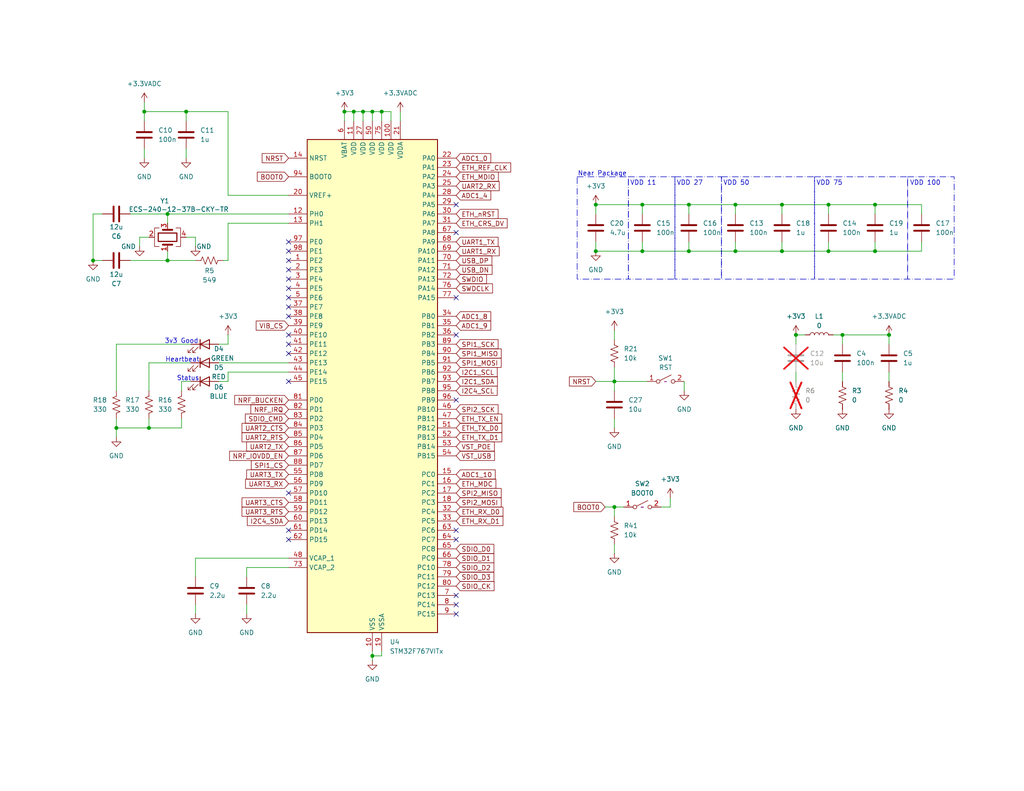
<source format=kicad_sch>
(kicad_sch (version 20250114) (generator "eeschema") (generator_version "9.0")
  (paper "USLetter")
  (title_block (title "Microcontroller") (rev "alpha") (company "Haas Hooligans") (comment 1 "Ryan Jacoby"))
  (lib_symbols
    (symbol "Device:C" (pin_numbers (hide yes)) (pin_names (offset 0.254))
      (property "Reference" "C" (at 0.635 2.54 0))
      (property "Value" "C" (at 0.635 -2.54 0))
      (symbol "C_0_1"
        (polyline (pts (xy -2.032 0.762) (xy 2.032 0.762)) (stroke (width 0.508)))
        (polyline (pts (xy -2.032 -0.762) (xy 2.032 -0.762)) (stroke (width 0.508)))
      )
      (symbol "C_1_1"
        (pin passive line (at 0 3.81 270) (length 2.794) (name "~") (number "1"))
        (pin passive line (at 0 -3.81 90) (length 2.794) (name "~") (number "2"))
      )
    )
    (symbol "Device:Crystal_GND24" (pin_names (offset 1.016) (hide yes))
      (property "Reference" "Y" (at 3.175 5.08 0))
      (property "Value" "Crystal_GND24" (at 3.175 3.175 0))
      (symbol "Crystal_GND24_0_1"
        (polyline (pts (xy -2.54 2.286) (xy -2.54 3.556) (xy 2.54 3.556) (xy 2.54 2.286)))
        (polyline (pts (xy -2.54 0) (xy -2.032 0)))
        (polyline (pts (xy -2.54 -2.286) (xy -2.54 -3.556) (xy 2.54 -3.556) (xy 2.54 -2.286)))
        (polyline (pts (xy -2.032 -1.27) (xy -2.032 1.27)) (stroke (width 0.508)))
        (rectangle (start -1.143 2.54) (end 1.143 -2.54) (stroke (width 0.3048)))
        (polyline (pts (xy 0 3.556) (xy 0 3.81)))
        (polyline (pts (xy 0 -3.81) (xy 0 -3.556)))
        (polyline (pts (xy 2.032 0) (xy 2.54 0)))
        (polyline (pts (xy 2.032 -1.27) (xy 2.032 1.27)) (stroke (width 0.508)))
      )
      (symbol "Crystal_GND24_1_1"
        (pin passive line (at -3.81 0 0) (length 1.27) (name "1") (number "1"))
        (pin passive line (at 0 5.08 270) (length 1.27) (name "2") (number "2"))
        (pin passive line (at 0 -5.08 90) (length 1.27) (name "4") (number "4"))
        (pin passive line (at 3.81 0 180) (length 1.27) (name "3") (number "3"))
      )
    )
    (symbol "Device:L" (pin_numbers (hide yes)) (pin_names (offset 1.016) (hide yes))
      (property "Reference" "L" (at -1.27 0 90))
      (property "Value" "L" (at 1.905 0 90))
      (symbol "L_0_1"
        (arc (start 0 2.54) (mid 0.6323 1.905) (end 0 1.27))
        (arc (start 0 1.27) (mid 0.6323 0.635) (end 0 0))
        (arc (start 0 0) (mid 0.6323 -0.635) (end 0 -1.27))
        (arc (start 0 -1.27) (mid 0.6323 -1.905) (end 0 -2.54))
      )
      (symbol "L_1_1"
        (pin passive line (at 0 3.81 270) (length 1.27) (name "1") (number "1"))
        (pin passive line (at 0 -3.81 90) (length 1.27) (name "2") (number "2"))
      )
    )
    (symbol "Device:LED" (pin_numbers (hide yes)) (pin_names (offset 1.016) (hide yes))
      (property "Reference" "D" (at 0 2.54 0))
      (property "Value" "LED" (at 0 -2.54 0))
      (symbol "LED_0_1"
        (polyline (pts (xy -3.048 -0.762) (xy -4.572 -2.286) (xy -3.81 -2.286) (xy -4.572 -2.286) (xy -4.572 -1.524)))
        (polyline (pts (xy -1.778 -0.762) (xy -3.302 -2.286) (xy -2.54 -2.286) (xy -3.302 -2.286) (xy -3.302 -1.524)))
        (polyline (pts (xy -1.27 0) (xy 1.27 0)))
        (polyline (pts (xy -1.27 -1.27) (xy -1.27 1.27)) (stroke (width 0.254)))
        (polyline (pts (xy 1.27 -1.27) (xy 1.27 1.27) (xy -1.27 0) (xy 1.27 -1.27)) (stroke (width 0.254)))
      )
      (symbol "LED_1_1"
        (pin passive line (at -3.81 0 0) (length 2.54) (name "K") (number "1"))
        (pin passive line (at 3.81 0 180) (length 2.54) (name "A") (number "2"))
      )
    )
    (symbol "Device:R_US" (pin_numbers (hide yes)) (pin_names (offset 0))
      (property "Reference" "R" (at 2.54 0 90))
      (property "Value" "R_US" (at -2.54 0 90))
      (symbol "R_US_0_1"
        (polyline (pts (xy 0 2.286) (xy 0 2.54)))
        (polyline (pts (xy 0 2.286) (xy 1.016 1.905) (xy 0 1.524) (xy -1.016 1.143) (xy 0 0.762)))
        (polyline (pts (xy 0 0.762) (xy 1.016 0.381) (xy 0 0) (xy -1.016 -0.381) (xy 0 -0.762)))
        (polyline (pts (xy 0 -0.762) (xy 1.016 -1.143) (xy 0 -1.524) (xy -1.016 -1.905) (xy 0 -2.286)))
        (polyline (pts (xy 0 -2.286) (xy 0 -2.54)))
      )
      (symbol "R_US_1_1"
        (pin passive line (at 0 3.81 270) (length 1.27) (name "~") (number "1"))
        (pin passive line (at 0 -3.81 90) (length 1.27) (name "~") (number "2"))
      )
    )
    (symbol "LED_1" (pin_numbers (hide yes)) (pin_names (offset 1.016) (hide yes))
      (property "Reference" "D" (at 0 2.54 0))
      (property "Value" "LED" (at 0 -2.54 0))
      (symbol "LED_1_0_1"
        (polyline (pts (xy -3.048 -0.762) (xy -4.572 -2.286) (xy -3.81 -2.286) (xy -4.572 -2.286) (xy -4.572 -1.524)))
        (polyline (pts (xy -1.778 -0.762) (xy -3.302 -2.286) (xy -2.54 -2.286) (xy -3.302 -2.286) (xy -3.302 -1.524)))
        (polyline (pts (xy -1.27 0) (xy 1.27 0)))
        (polyline (pts (xy -1.27 -1.27) (xy -1.27 1.27)) (stroke (width 0.254)))
        (polyline (pts (xy 1.27 -1.27) (xy 1.27 1.27) (xy -1.27 0) (xy 1.27 -1.27)) (stroke (width 0.254)))
      )
      (symbol "LED_1_1_1"
        (pin passive line (at -3.81 0 0) (length 2.54) (name "K") (number "1"))
        (pin passive line (at 3.81 0 180) (length 2.54) (name "A") (number "2"))
      )
    )
    (symbol "LED_2" (pin_numbers (hide yes)) (pin_names (offset 1.016) (hide yes))
      (property "Reference" "D" (at 0 2.54 0))
      (property "Value" "LED" (at 0 -2.54 0))
      (symbol "LED_2_0_1"
        (polyline (pts (xy -3.048 -0.762) (xy -4.572 -2.286) (xy -3.81 -2.286) (xy -4.572 -2.286) (xy -4.572 -1.524)))
        (polyline (pts (xy -1.778 -0.762) (xy -3.302 -2.286) (xy -2.54 -2.286) (xy -3.302 -2.286) (xy -3.302 -1.524)))
        (polyline (pts (xy -1.27 0) (xy 1.27 0)))
        (polyline (pts (xy -1.27 -1.27) (xy -1.27 1.27)) (stroke (width 0.254)))
        (polyline (pts (xy 1.27 -1.27) (xy 1.27 1.27) (xy -1.27 0) (xy 1.27 -1.27)) (stroke (width 0.254)))
      )
      (symbol "LED_2_1_1"
        (pin passive line (at -3.81 0 0) (length 2.54) (name "K") (number "1"))
        (pin passive line (at 3.81 0 180) (length 2.54) (name "A") (number "2"))
      )
    )
    (symbol "MCU_ST_STM32F7:STM32F767VITx"
      (property "Reference" "U" (at -17.78 69.85 0))
      (property "Value" "STM32F767VITx" (at 10.16 69.85 0))
      (symbol "STM32F767VITx_0_1"
        (rectangle (start -17.78 -66.04) (end 17.78 68.58) (stroke (width 0.254)) (fill (type background)))
      )
      (symbol "STM32F767VITx_1_1"
        (pin input line (at -22.86 63.5 0) (length 5.08) (name "NRST") (number "14"))
        (pin input line (at -22.86 58.42 0) (length 5.08) (name "BOOT0") (number "94"))
        (pin input line (at -22.86 53.34 0) (length 5.08) (name "VREF+") (number "20"))
        (pin bidirectional line (at -22.86 48.26 0) (length 5.08) (name "PH0") (number "12"))
        (pin bidirectional line (at -22.86 45.72 0) (length 5.08) (name "PH1") (number "13"))
        (pin bidirectional line (at -22.86 40.64 0) (length 5.08) (name "PE0") (number "97"))
        (pin bidirectional line (at -22.86 38.1 0) (length 5.08) (name "PE1") (number "98"))
        (pin bidirectional line (at -22.86 35.56 0) (length 5.08) (name "PE2") (number "1"))
        (pin bidirectional line (at -22.86 33.02 0) (length 5.08) (name "PE3") (number "2"))
        (pin bidirectional line (at -22.86 30.48 0) (length 5.08) (name "PE4") (number "3"))
        (pin bidirectional line (at -22.86 27.94 0) (length 5.08) (name "PE5") (number "4"))
        (pin bidirectional line (at -22.86 25.4 0) (length 5.08) (name "PE6") (number "5"))
        (pin bidirectional line (at -22.86 22.86 0) (length 5.08) (name "PE7") (number "37"))
        (pin bidirectional line (at -22.86 20.32 0) (length 5.08) (name "PE8") (number "38"))
        (pin bidirectional line (at -22.86 17.78 0) (length 5.08) (name "PE9") (number "39"))
        (pin bidirectional line (at -22.86 15.24 0) (length 5.08) (name "PE10") (number "40"))
        (pin bidirectional line (at -22.86 12.7 0) (length 5.08) (name "PE11") (number "41"))
        (pin bidirectional line (at -22.86 10.16 0) (length 5.08) (name "PE12") (number "42"))
        (pin bidirectional line (at -22.86 7.62 0) (length 5.08) (name "PE13") (number "43"))
        (pin bidirectional line (at -22.86 5.08 0) (length 5.08) (name "PE14") (number "44"))
        (pin bidirectional line (at -22.86 2.54 0) (length 5.08) (name "PE15") (number "45"))
        (pin bidirectional line (at -22.86 -2.54 0) (length 5.08) (name "PD0") (number "81"))
        (pin bidirectional line (at -22.86 -5.08 0) (length 5.08) (name "PD1") (number "82"))
        (pin bidirectional line (at -22.86 -7.62 0) (length 5.08) (name "PD2") (number "83"))
        (pin bidirectional line (at -22.86 -10.16 0) (length 5.08) (name "PD3") (number "84"))
        (pin bidirectional line (at -22.86 -12.7 0) (length 5.08) (name "PD4") (number "85"))
        (pin bidirectional line (at -22.86 -15.24 0) (length 5.08) (name "PD5") (number "86"))
        (pin bidirectional line (at -22.86 -17.78 0) (length 5.08) (name "PD6") (number "87"))
        (pin bidirectional line (at -22.86 -20.32 0) (length 5.08) (name "PD7") (number "88"))
        (pin bidirectional line (at -22.86 -22.86 0) (length 5.08) (name "PD8") (number "55"))
        (pin bidirectional line (at -22.86 -25.4 0) (length 5.08) (name "PD9") (number "56"))
        (pin bidirectional line (at -22.86 -27.94 0) (length 5.08) (name "PD10") (number "57"))
        (pin bidirectional line (at -22.86 -30.48 0) (length 5.08) (name "PD11") (number "58"))
        (pin bidirectional line (at -22.86 -33.02 0) (length 5.08) (name "PD12") (number "59"))
        (pin bidirectional line (at -22.86 -35.56 0) (length 5.08) (name "PD13") (number "60"))
        (pin bidirectional line (at -22.86 -38.1 0) (length 5.08) (name "PD14") (number "61"))
        (pin bidirectional line (at -22.86 -40.64 0) (length 5.08) (name "PD15") (number "62"))
        (pin power_out line (at -22.86 -45.72 0) (length 5.08) (name "VCAP_1") (number "48"))
        (pin power_out line (at -22.86 -48.26 0) (length 5.08) (name "VCAP_2") (number "73"))
        (pin power_in line (at -7.62 73.66 270) (length 5.08) (name "VBAT") (number "6"))
        (pin power_in line (at -5.08 73.66 270) (length 5.08) (name "VDD") (number "11"))
        (pin power_in line (at -2.54 73.66 270) (length 5.08) (name "VDD") (number "27"))
        (pin power_in line (at 0 73.66 270) (length 5.08) (name "VDD") (number "50"))
        (pin power_in line (at 0 -71.12 90) (length 5.08) (name "VSS") (number "10"))
        (pin passive line (at 0 -71.12 90) (length 5.08) (hide yes) (name "VSS") (number "26"))
        (pin passive line (at 0 -71.12 90) (length 5.08) (hide yes) (name "VSS") (number "49"))
        (pin passive line (at 0 -71.12 90) (length 5.08) (hide yes) (name "VSS") (number "74"))
        (pin passive line (at 0 -71.12 90) (length 5.08) (hide yes) (name "VSS") (number "99"))
        (pin power_in line (at 2.54 73.66 270) (length 5.08) (name "VDD") (number "75"))
        (pin power_in line (at 2.54 -71.12 90) (length 5.08) (name "VSSA") (number "19"))
        (pin power_in line (at 5.08 73.66 270) (length 5.08) (name "VDD") (number "100"))
        (pin power_in line (at 7.62 73.66 270) (length 5.08) (name "VDDA") (number "21"))
        (pin bidirectional line (at 22.86 63.5 180) (length 5.08) (name "PA0") (number "22"))
        (pin bidirectional line (at 22.86 60.96 180) (length 5.08) (name "PA1") (number "23"))
        (pin bidirectional line (at 22.86 58.42 180) (length 5.08) (name "PA2") (number "24"))
        (pin bidirectional line (at 22.86 55.88 180) (length 5.08) (name "PA3") (number "25"))
        (pin bidirectional line (at 22.86 53.34 180) (length 5.08) (name "PA4") (number "28"))
        (pin bidirectional line (at 22.86 50.8 180) (length 5.08) (name "PA5") (number "29"))
        (pin bidirectional line (at 22.86 48.26 180) (length 5.08) (name "PA6") (number "30"))
        (pin bidirectional line (at 22.86 45.72 180) (length 5.08) (name "PA7") (number "31"))
        (pin bidirectional line (at 22.86 43.18 180) (length 5.08) (name "PA8") (number "67"))
        (pin bidirectional line (at 22.86 40.64 180) (length 5.08) (name "PA9") (number "68"))
        (pin bidirectional line (at 22.86 38.1 180) (length 5.08) (name "PA10") (number "69"))
        (pin bidirectional line (at 22.86 35.56 180) (length 5.08) (name "PA11") (number "70"))
        (pin bidirectional line (at 22.86 33.02 180) (length 5.08) (name "PA12") (number "71"))
        (pin bidirectional line (at 22.86 30.48 180) (length 5.08) (name "PA13") (number "72"))
        (pin bidirectional line (at 22.86 27.94 180) (length 5.08) (name "PA14") (number "76"))
        (pin bidirectional line (at 22.86 25.4 180) (length 5.08) (name "PA15") (number "77"))
        (pin bidirectional line (at 22.86 20.32 180) (length 5.08) (name "PB0") (number "34"))
        (pin bidirectional line (at 22.86 17.78 180) (length 5.08) (name "PB1") (number "35"))
        (pin bidirectional line (at 22.86 15.24 180) (length 5.08) (name "PB2") (number "36"))
        (pin bidirectional line (at 22.86 12.7 180) (length 5.08) (name "PB3") (number "89"))
        (pin bidirectional line (at 22.86 10.16 180) (length 5.08) (name "PB4") (number "90"))
        (pin bidirectional line (at 22.86 7.62 180) (length 5.08) (name "PB5") (number "91"))
        (pin bidirectional line (at 22.86 5.08 180) (length 5.08) (name "PB6") (number "92"))
        (pin bidirectional line (at 22.86 2.54 180) (length 5.08) (name "PB7") (number "93"))
        (pin bidirectional line (at 22.86 0 180) (length 5.08) (name "PB8") (number "95"))
        (pin bidirectional line (at 22.86 -2.54 180) (length 5.08) (name "PB9") (number "96"))
        (pin bidirectional line (at 22.86 -5.08 180) (length 5.08) (name "PB10") (number "46"))
        (pin bidirectional line (at 22.86 -7.62 180) (length 5.08) (name "PB11") (number "47"))
        (pin bidirectional line (at 22.86 -10.16 180) (length 5.08) (name "PB12") (number "51"))
        (pin bidirectional line (at 22.86 -12.7 180) (length 5.08) (name "PB13") (number "52"))
        (pin bidirectional line (at 22.86 -15.24 180) (length 5.08) (name "PB14") (number "53"))
        (pin bidirectional line (at 22.86 -17.78 180) (length 5.08) (name "PB15") (number "54"))
        (pin bidirectional line (at 22.86 -22.86 180) (length 5.08) (name "PC0") (number "15"))
        (pin bidirectional line (at 22.86 -25.4 180) (length 5.08) (name "PC1") (number "16"))
        (pin bidirectional line (at 22.86 -27.94 180) (length 5.08) (name "PC2") (number "17"))
        (pin bidirectional line (at 22.86 -30.48 180) (length 5.08) (name "PC3") (number "18"))
        (pin bidirectional line (at 22.86 -33.02 180) (length 5.08) (name "PC4") (number "32"))
        (pin bidirectional line (at 22.86 -35.56 180) (length 5.08) (name "PC5") (number "33"))
        (pin bidirectional line (at 22.86 -38.1 180) (length 5.08) (name "PC6") (number "63"))
        (pin bidirectional line (at 22.86 -40.64 180) (length 5.08) (name "PC7") (number "64"))
        (pin bidirectional line (at 22.86 -43.18 180) (length 5.08) (name "PC8") (number "65"))
        (pin bidirectional line (at 22.86 -45.72 180) (length 5.08) (name "PC9") (number "66"))
        (pin bidirectional line (at 22.86 -48.26 180) (length 5.08) (name "PC10") (number "78"))
        (pin bidirectional line (at 22.86 -50.8 180) (length 5.08) (name "PC11") (number "79"))
        (pin bidirectional line (at 22.86 -53.34 180) (length 5.08) (name "PC12") (number "80"))
        (pin bidirectional line (at 22.86 -55.88 180) (length 5.08) (name "PC13") (number "7"))
        (pin bidirectional line (at 22.86 -58.42 180) (length 5.08) (name "PC14") (number "8"))
        (pin bidirectional line (at 22.86 -60.96 180) (length 5.08) (name "PC15") (number "9"))
      )
    )
    (symbol "Switch:SW_SPST" (pin_names (offset 0) (hide yes))
      (property "Reference" "SW" (at 0 3.175 0))
      (property "Value" "SW_SPST" (at 0 -2.54 0))
      (symbol "SW_SPST_0_0"
        (circle (center -2.032 0) (radius 0.508))
        (polyline (pts (xy -1.524 0.254) (xy 1.524 1.778)))
        (circle (center 2.032 0) (radius 0.508))
      )
      (symbol "SW_SPST_1_1"
        (pin passive line (at -5.08 0 0) (length 2.54) (name "A") (number "1"))
        (pin passive line (at 5.08 0 180) (length 2.54) (name "B") (number "2"))
      )
    )
    (symbol "power:+3.3VADC" (power) (pin_numbers (hide yes)) (pin_names (offset 0) (hide yes))
      (property "Value" "+3.3VADC" (at 0 3.556 0))
      (symbol "+3.3VADC_0_0"
        (pin power_in line (at 0 0 90) (length 0) (name "~") (number "1"))
      )
      (symbol "+3.3VADC_0_1"
        (polyline (pts (xy -0.762 1.27) (xy 0 2.54)))
        (polyline (pts (xy 0 2.54) (xy 0.762 1.27)))
        (polyline (pts (xy 0 0) (xy 0 2.54)))
      )
    )
    (symbol "power:+3V3" (power) (pin_numbers (hide yes)) (pin_names (offset 0) (hide yes))
      (property "Value" "+3V3" (at 0 3.556 0))
      (symbol "+3V3_0_1"
        (polyline (pts (xy -0.762 1.27) (xy 0 2.54)))
        (polyline (pts (xy 0 2.54) (xy 0.762 1.27)))
        (polyline (pts (xy 0 0) (xy 0 2.54)))
      )
      (symbol "+3V3_1_1"
        (pin power_in line (at 0 0 90) (length 0) (name "~") (number "1"))
      )
    )
    (symbol "power:GND" (power) (pin_numbers (hide yes)) (pin_names (offset 0) (hide yes))
      (property "Value" "GND" (at 0 -3.81 0))
      (symbol "GND_0_1"
        (polyline (pts (xy 0 0) (xy 0 -1.27) (xy 1.27 -1.27) (xy 0 -2.54) (xy -1.27 -1.27) (xy 0 -1.27)))
      )
      (symbol "GND_1_1"
        (pin power_in line (at 0 0 270) (length 0) (name "~") (number "1"))
      )
    )
  )
  (rectangle (start 222.25 48.26) (end 247.65 76.2) (stroke (width 0) (type dash_dot)))
  (rectangle (start 171.45 48.26) (end 184.15 76.2) (stroke (width 0) (type dash_dot)))
  (rectangle (start 196.85 48.26) (end 222.25 76.2) (stroke (width 0) (type dash_dot)))
  (rectangle (start 184.15 48.26) (end 196.85 76.2) (stroke (width 0) (type dash_dot)))
  (rectangle (start 157.48 48.26) (end 171.45 76.2) (stroke (width 0) (type dash_dot)))
  (rectangle (start 247.65 48.26) (end 260.35 76.2) (stroke (width 0) (type dash_dot)))
  (text "Status\n" (at 51.308 103.378 0) (effects (font (size 1.27 1.27))))
  (text "Heartbeat" (at 49.784 98.298 0) (effects (font (size 1.27 1.27))))
  (text "VDD 11" (at 175.514 50.038 0) (effects (font (size 1.27 1.27))))
  (text "VDD 100" (at 252.476 50.038 0) (effects (font (size 1.27 1.27))))
  (text "VDD 27" (at 188.214 50.038 0) (effects (font (size 1.27 1.27))))
  (text "VDD 50" (at 200.914 50.038 0) (effects (font (size 1.27 1.27))))
  (text "3v3 Good\n" (at 49.53 93.218 0) (effects (font (size 1.27 1.27))))
  (text "VDD 75" (at 226.314 50.038 0) (effects (font (size 1.27 1.27))))
  (text "Near Package\n" (at 164.338 47.498 0) (effects (font (size 1.27 1.27))))
  (junction (at 167.64 138.43))
  (junction (at 101.6 30.48))
  (junction (at 50.8 30.48))
  (junction (at 31.75 116.84))
  (junction (at 45.72 58.42))
  (junction (at 226.06 68.58))
  (junction (at 238.76 55.88))
  (junction (at 45.72 71.12))
  (junction (at 175.26 55.88))
  (junction (at 104.14 30.48))
  (junction (at 213.36 55.88))
  (junction (at 200.66 68.58))
  (junction (at 40.64 116.84))
  (junction (at 175.26 68.58))
  (junction (at 99.06 30.48))
  (junction (at 217.17 91.44))
  (junction (at 200.66 55.88))
  (junction (at 167.64 104.14))
  (junction (at 229.87 91.44))
  (junction (at 187.96 68.58))
  (junction (at 162.56 68.58))
  (junction (at 93.98 30.48))
  (junction (at 242.57 91.44))
  (junction (at 213.36 68.58))
  (junction (at 39.37 30.48))
  (junction (at 238.76 68.58))
  (junction (at 187.96 55.88))
  (junction (at 226.06 55.88))
  (junction (at 162.56 55.88))
  (junction (at 101.6 179.07))
  (junction (at 25.4 71.12))
  (junction (at 96.52 30.48))
  (no_connect (at 78.74 147.32))
  (no_connect (at 78.74 91.44))
  (no_connect (at 124.46 91.44))
  (no_connect (at 124.46 147.32))
  (no_connect (at 78.74 78.74))
  (no_connect (at 124.46 167.64))
  (no_connect (at 124.46 63.5))
  (no_connect (at 124.46 55.88))
  (no_connect (at 124.46 165.1))
  (no_connect (at 78.74 66.04))
  (no_connect (at 78.74 73.66))
  (no_connect (at 78.74 134.62))
  (no_connect (at 78.74 81.28))
  (no_connect (at 78.74 83.82))
  (no_connect (at 78.74 144.78))
  (no_connect (at 78.74 96.52))
  (no_connect (at 124.46 144.78))
  (no_connect (at 78.74 71.12))
  (no_connect (at 124.46 81.28))
  (no_connect (at 78.74 68.58))
  (no_connect (at 78.74 104.14))
  (no_connect (at 78.74 86.36))
  (no_connect (at 124.46 109.22))
  (no_connect (at 124.46 162.56))
  (no_connect (at 78.74 76.2))
  (no_connect (at 78.74 93.98))
  (wire (pts (xy 106.68 33.02) (xy 106.68 30.48)))
  (wire (pts (xy 213.36 55.88) (xy 213.36 58.42)))
  (wire (pts (xy 40.64 99.06) (xy 40.64 106.68)))
  (wire (pts (xy 167.64 138.43) (xy 170.18 138.43)))
  (wire (pts (xy 106.68 30.48) (xy 104.14 30.48)))
  (wire (pts (xy 175.26 55.88) (xy 175.26 58.42)))
  (wire (pts (xy 175.26 68.58) (xy 187.96 68.58)))
  (wire (pts (xy 101.6 30.48) (xy 99.06 30.48)))
  (wire (pts (xy 226.06 66.04) (xy 226.06 68.58)))
  (wire (pts (xy 62.23 104.14) (xy 59.69 104.14)))
  (wire (pts (xy 45.72 58.42) (xy 45.72 60.96)))
  (wire (pts (xy 62.23 60.96) (xy 62.23 71.12)))
  (wire (pts (xy 217.17 91.44) (xy 217.17 93.98)))
  (wire (pts (xy 25.4 58.42) (xy 25.4 71.12)))
  (wire (pts (xy 45.72 58.42) (xy 78.74 58.42)))
  (wire (pts (xy 27.94 58.42) (xy 25.4 58.42)))
  (wire (pts (xy 182.88 135.89) (xy 182.88 138.43)))
  (wire (pts (xy 31.75 116.84) (xy 31.75 119.38)))
  (wire (pts (xy 213.36 66.04) (xy 213.36 68.58)))
  (wire (pts (xy 96.52 30.48) (xy 93.98 30.48)))
  (wire (pts (xy 52.07 93.98) (xy 31.75 93.98)))
  (wire (pts (xy 53.34 64.77) (xy 53.34 67.31)))
  (wire (pts (xy 238.76 55.88) (xy 251.46 55.88)))
  (wire (pts (xy 62.23 53.34) (xy 62.23 30.48)))
  (wire (pts (xy 226.06 68.58) (xy 238.76 68.58)))
  (wire (pts (xy 25.4 71.12) (xy 27.94 71.12)))
  (wire (pts (xy 200.66 66.04) (xy 200.66 68.58)))
  (wire (pts (xy 200.66 55.88) (xy 200.66 58.42)))
  (wire (pts (xy 31.75 114.3) (xy 31.75 116.84)))
  (wire (pts (xy 175.26 55.88) (xy 187.96 55.88)))
  (wire (pts (xy 31.75 93.98) (xy 31.75 106.68)))
  (wire (pts (xy 39.37 30.48) (xy 50.8 30.48)))
  (wire (pts (xy 200.66 55.88) (xy 213.36 55.88)))
  (wire (pts (xy 99.06 30.48) (xy 96.52 30.48)))
  (wire (pts (xy 45.72 71.12) (xy 45.72 68.58)))
  (wire (pts (xy 78.74 101.6) (xy 62.23 101.6)))
  (wire (pts (xy 167.64 138.43) (xy 165.1 138.43)))
  (wire (pts (xy 35.56 71.12) (xy 45.72 71.12)))
  (wire (pts (xy 162.56 68.58) (xy 175.26 68.58)))
  (wire (pts (xy 52.07 99.06) (xy 40.64 99.06)))
  (wire (pts (xy 62.23 71.12) (xy 60.96 71.12)))
  (wire (pts (xy 186.69 104.14) (xy 186.69 106.68)))
  (wire (pts (xy 96.52 30.48) (xy 96.52 33.02)))
  (wire (pts (xy 50.8 30.48) (xy 62.23 30.48)))
  (wire (pts (xy 251.46 68.58) (xy 251.46 66.04)))
  (wire (pts (xy 50.8 30.48) (xy 50.8 33.02)))
  (wire (pts (xy 242.57 101.6) (xy 242.57 104.14)))
  (wire (pts (xy 40.64 114.3) (xy 40.64 116.84)))
  (wire (pts (xy 93.98 33.02) (xy 93.98 30.48)))
  (wire (pts (xy 62.23 60.96) (xy 78.74 60.96)))
  (wire (pts (xy 167.64 140.97) (xy 167.64 138.43)))
  (wire (pts (xy 187.96 66.04) (xy 187.96 68.58)))
  (wire (pts (xy 67.31 165.1) (xy 67.31 167.64)))
  (wire (pts (xy 67.31 157.48) (xy 67.31 154.94)))
  (wire (pts (xy 53.34 165.1) (xy 53.34 167.64)))
  (wire (pts (xy 40.64 116.84) (xy 49.53 116.84)))
  (wire (pts (xy 175.26 66.04) (xy 175.26 68.58)))
  (wire (pts (xy 213.36 55.88) (xy 226.06 55.88)))
  (wire (pts (xy 104.14 177.8) (xy 104.14 179.07)))
  (wire (pts (xy 101.6 30.48) (xy 101.6 33.02)))
  (wire (pts (xy 167.64 114.3) (xy 167.64 116.84)))
  (wire (pts (xy 187.96 55.88) (xy 200.66 55.88)))
  (wire (pts (xy 226.06 55.88) (xy 226.06 58.42)))
  (wire (pts (xy 53.34 64.77) (xy 50.8 64.77)))
  (wire (pts (xy 35.56 58.42) (xy 45.72 58.42)))
  (wire (pts (xy 229.87 91.44) (xy 242.57 91.44)))
  (wire (pts (xy 251.46 58.42) (xy 251.46 55.88)))
  (wire (pts (xy 229.87 91.44) (xy 229.87 93.98)))
  (wire (pts (xy 39.37 40.64) (xy 39.37 43.18)))
  (wire (pts (xy 238.76 55.88) (xy 238.76 58.42)))
  (wire (pts (xy 31.75 116.84) (xy 40.64 116.84)))
  (wire (pts (xy 50.8 40.64) (xy 50.8 43.18)))
  (wire (pts (xy 101.6 177.8) (xy 101.6 179.07)))
  (wire (pts (xy 39.37 30.48) (xy 39.37 33.02)))
  (wire (pts (xy 52.07 104.14) (xy 49.53 104.14)))
  (wire (pts (xy 109.22 30.48) (xy 109.22 33.02)))
  (wire (pts (xy 101.6 179.07) (xy 101.6 180.34)))
  (wire (pts (xy 238.76 68.58) (xy 238.76 66.04)))
  (wire (pts (xy 162.56 55.88) (xy 175.26 55.88)))
  (wire (pts (xy 167.64 100.33) (xy 167.64 104.14)))
  (wire (pts (xy 167.64 90.17) (xy 167.64 92.71)))
  (wire (pts (xy 104.14 30.48) (xy 104.14 33.02)))
  (wire (pts (xy 39.37 27.94) (xy 39.37 30.48)))
  (wire (pts (xy 187.96 68.58) (xy 200.66 68.58)))
  (wire (pts (xy 242.57 91.44) (xy 242.57 93.98)))
  (wire (pts (xy 49.53 116.84) (xy 49.53 114.3)))
  (wire (pts (xy 67.31 154.94) (xy 78.74 154.94)))
  (wire (pts (xy 200.66 68.58) (xy 213.36 68.58)))
  (wire (pts (xy 213.36 68.58) (xy 226.06 68.58)))
  (wire (pts (xy 104.14 30.48) (xy 101.6 30.48)))
  (wire (pts (xy 187.96 55.88) (xy 187.96 58.42)))
  (wire (pts (xy 45.72 71.12) (xy 53.34 71.12)))
  (wire (pts (xy 62.23 93.98) (xy 59.69 93.98)))
  (wire (pts (xy 162.56 104.14) (xy 167.64 104.14)))
  (wire (pts (xy 238.76 68.58) (xy 251.46 68.58)))
  (wire (pts (xy 62.23 101.6) (xy 62.23 104.14)))
  (wire (pts (xy 227.33 91.44) (xy 229.87 91.44)))
  (wire (pts (xy 217.17 91.44) (xy 219.71 91.44)))
  (wire (pts (xy 217.17 101.6) (xy 217.17 104.14)))
  (wire (pts (xy 38.1 64.77) (xy 38.1 67.31)))
  (wire (pts (xy 62.23 91.44) (xy 62.23 93.98)))
  (wire (pts (xy 162.56 66.04) (xy 162.56 68.58)))
  (wire (pts (xy 104.14 179.07) (xy 101.6 179.07)))
  (wire (pts (xy 38.1 64.77) (xy 40.64 64.77)))
  (wire (pts (xy 167.64 148.59) (xy 167.64 151.13)))
  (wire (pts (xy 78.74 53.34) (xy 62.23 53.34)))
  (wire (pts (xy 49.53 104.14) (xy 49.53 106.68)))
  (wire (pts (xy 162.56 58.42) (xy 162.56 55.88)))
  (wire (pts (xy 167.64 106.68) (xy 167.64 104.14)))
  (wire (pts (xy 99.06 30.48) (xy 99.06 33.02)))
  (wire (pts (xy 229.87 101.6) (xy 229.87 104.14)))
  (wire (pts (xy 78.74 152.4) (xy 53.34 152.4)))
  (wire (pts (xy 167.64 104.14) (xy 176.53 104.14)))
  (wire (pts (xy 53.34 152.4) (xy 53.34 157.48)))
  (wire (pts (xy 59.69 99.06) (xy 78.74 99.06)))
  (wire (pts (xy 226.06 55.88) (xy 238.76 55.88)))
  (wire (pts (xy 180.34 138.43) (xy 182.88 138.43)))
  (global_label "SWDCLK" (shape input) (at 124.46 78.74 0) (property "Intersheetrefs" "${INTERSHEET_REFS}" (effects (hide yes))))
  (global_label "SPI1_SCK" (shape input) (at 124.46 93.98 0) (property "Intersheetrefs" "${INTERSHEET_REFS}" (effects (hide yes))))
  (global_label "NRST" (shape input) (at 162.56 104.14 180) (property "Intersheetrefs" "${INTERSHEET_REFS}" (effects (hide yes))))
  (global_label "ETH_RX_D0" (shape input) (at 124.46 139.7 0) (property "Intersheetrefs" "${INTERSHEET_REFS}" (effects (hide yes))))
  (global_label "UART2_RTS" (shape input) (at 78.74 119.38 180) (property "Intersheetrefs" "${INTERSHEET_REFS}" (effects (hide yes))))
  (global_label "UART2_RX" (shape input) (at 124.46 50.8 0) (property "Intersheetrefs" "${INTERSHEET_REFS}" (effects (hide yes))))
  (global_label "ETH_MDC" (shape input) (at 124.46 132.08 0) (property "Intersheetrefs" "${INTERSHEET_REFS}" (effects (hide yes))))
  (global_label "UART2_TX" (shape input) (at 78.74 121.92 180) (property "Intersheetrefs" "${INTERSHEET_REFS}" (effects (hide yes))))
  (global_label "NRST" (shape input) (at 78.74 43.18 180) (property "Intersheetrefs" "${INTERSHEET_REFS}" (effects (hide yes))))
  (global_label "VST_USB" (shape input) (at 124.46 124.46 0) (property "Intersheetrefs" "${INTERSHEET_REFS}" (effects (hide yes))))
  (global_label "ADC1_4" (shape input) (at 124.46 53.34 0) (property "Intersheetrefs" "${INTERSHEET_REFS}" (effects (hide yes))))
  (global_label "SDIO_D3" (shape input) (at 124.46 157.48 0) (property "Intersheetrefs" "${INTERSHEET_REFS}" (effects (hide yes))))
  (global_label "NRF_BUCKEN" (shape input) (at 78.74 109.22 180) (property "Intersheetrefs" "${INTERSHEET_REFS}" (effects (hide yes))))
  (global_label "SDIO_CK" (shape input) (at 124.46 160.02 0) (property "Intersheetrefs" "${INTERSHEET_REFS}" (effects (hide yes))))
  (global_label "SWDIO" (shape input) (at 124.46 76.2 0) (property "Intersheetrefs" "${INTERSHEET_REFS}" (effects (hide yes))))
  (global_label "ETH_TX_D0" (shape input) (at 124.46 116.84 0) (property "Intersheetrefs" "${INTERSHEET_REFS}" (effects (hide yes))))
  (global_label "SPI1_CS" (shape input) (at 78.74 127 180) (property "Intersheetrefs" "${INTERSHEET_REFS}" (effects (hide yes))))
  (global_label "SDIO_CMD" (shape input) (at 78.74 114.3 180) (property "Intersheetrefs" "${INTERSHEET_REFS}" (effects (hide yes))))
  (global_label "USB_DN" (shape input) (at 124.46 73.66 0) (property "Intersheetrefs" "${INTERSHEET_REFS}" (effects (hide yes))))
  (global_label "UART3_RX" (shape input) (at 78.74 132.08 180) (property "Intersheetrefs" "${INTERSHEET_REFS}" (effects (hide yes))))
  (global_label "ETH_MDIO" (shape input) (at 124.46 48.26 0) (property "Intersheetrefs" "${INTERSHEET_REFS}" (effects (hide yes))))
  (global_label "ADC1_0" (shape input) (at 124.46 43.18 0) (property "Intersheetrefs" "${INTERSHEET_REFS}" (effects (hide yes))))
  (global_label "I2C1_SDA" (shape input) (at 124.46 104.14 0) (property "Intersheetrefs" "${INTERSHEET_REFS}" (effects (hide yes))))
  (global_label "SPI1_MISO" (shape input) (at 124.46 96.52 0) (property "Intersheetrefs" "${INTERSHEET_REFS}" (effects (hide yes))))
  (global_label "SDIO_D0" (shape input) (at 124.46 149.86 0) (property "Intersheetrefs" "${INTERSHEET_REFS}" (effects (hide yes))))
  (global_label "UART1_TX" (shape input) (at 124.46 66.04 0) (property "Intersheetrefs" "${INTERSHEET_REFS}" (effects (hide yes))))
  (global_label "BOOT0" (shape input) (at 165.1 138.43 180) (property "Intersheetrefs" "${INTERSHEET_REFS}" (effects (hide yes))))
  (global_label "BOOT0" (shape input) (at 78.74 48.26 180) (property "Intersheetrefs" "${INTERSHEET_REFS}" (effects (hide yes))))
  (global_label "USB_DP" (shape input) (at 124.46 71.12 0) (property "Intersheetrefs" "${INTERSHEET_REFS}" (effects (hide yes))))
  (global_label "UART3_CTS" (shape input) (at 78.74 137.16 180) (property "Intersheetrefs" "${INTERSHEET_REFS}" (effects (hide yes))))
  (global_label "SPI2_MOSI" (shape input) (at 124.46 137.16 0) (property "Intersheetrefs" "${INTERSHEET_REFS}" (effects (hide yes))))
  (global_label "UART2_CTS" (shape input) (at 78.74 116.84 180) (property "Intersheetrefs" "${INTERSHEET_REFS}" (effects (hide yes))))
  (global_label "NRF_IOVDD_EN" (shape input) (at 78.74 124.46 180) (property "Intersheetrefs" "${INTERSHEET_REFS}" (effects (hide yes))))
  (global_label "ETH_TX_D1" (shape input) (at 124.46 119.38 0) (property "Intersheetrefs" "${INTERSHEET_REFS}" (effects (hide yes))))
  (global_label "UART3_TX" (shape input) (at 78.74 129.54 180) (property "Intersheetrefs" "${INTERSHEET_REFS}" (effects (hide yes))))
  (global_label "ADC1_9" (shape input) (at 124.46 88.9 0) (property "Intersheetrefs" "${INTERSHEET_REFS}" (effects (hide yes))))
  (global_label "ETH_nRST" (shape input) (at 124.46 58.42 0) (property "Intersheetrefs" "${INTERSHEET_REFS}" (effects (hide yes))))
  (global_label "UART1_RX" (shape input) (at 124.46 68.58 0) (property "Intersheetrefs" "${INTERSHEET_REFS}" (effects (hide yes))))
  (global_label "ADC1_10" (shape input) (at 124.46 129.54 0) (property "Intersheetrefs" "${INTERSHEET_REFS}" (effects (hide yes))))
  (global_label "ETH_RX_D1" (shape input) (at 124.46 142.24 0) (property "Intersheetrefs" "${INTERSHEET_REFS}" (effects (hide yes))))
  (global_label "ETH_CRS_DV" (shape input) (at 124.46 60.96 0) (property "Intersheetrefs" "${INTERSHEET_REFS}" (effects (hide yes))))
  (global_label "NRF_IRQ" (shape input) (at 78.74 111.76 180) (property "Intersheetrefs" "${INTERSHEET_REFS}" (effects (hide yes))))
  (global_label "SDIO_D2" (shape input) (at 124.46 154.94 0) (property "Intersheetrefs" "${INTERSHEET_REFS}" (effects (hide yes))))
  (global_label "UART3_RTS" (shape input) (at 78.74 139.7 180) (property "Intersheetrefs" "${INTERSHEET_REFS}" (effects (hide yes))))
  (global_label "ETH_REF_CLK" (shape input) (at 124.46 45.72 0) (property "Intersheetrefs" "${INTERSHEET_REFS}" (effects (hide yes))))
  (global_label "I2C4_SDA" (shape input) (at 78.74 142.24 180) (property "Intersheetrefs" "${INTERSHEET_REFS}" (effects (hide yes))))
  (global_label "SPI2_SCK" (shape input) (at 124.46 111.76 0) (property "Intersheetrefs" "${INTERSHEET_REFS}" (effects (hide yes))))
  (global_label "SDIO_D1" (shape input) (at 124.46 152.4 0) (property "Intersheetrefs" "${INTERSHEET_REFS}" (effects (hide yes))))
  (global_label "VIB_CS" (shape input) (at 78.74 88.9 180) (property "Intersheetrefs" "${INTERSHEET_REFS}" (effects (hide yes))))
  (global_label "ETH_TX_EN" (shape input) (at 124.46 114.3 0) (property "Intersheetrefs" "${INTERSHEET_REFS}" (effects (hide yes))))
  (global_label "SPI1_MOSI" (shape input) (at 124.46 99.06 0) (property "Intersheetrefs" "${INTERSHEET_REFS}" (effects (hide yes))))
  (global_label "I2C1_SCL" (shape input) (at 124.46 101.6 0) (property "Intersheetrefs" "${INTERSHEET_REFS}" (effects (hide yes))))
  (global_label "SPI2_MISO" (shape input) (at 124.46 134.62 0) (property "Intersheetrefs" "${INTERSHEET_REFS}" (effects (hide yes))))
  (global_label "ADC1_8" (shape input) (at 124.46 86.36 0) (property "Intersheetrefs" "${INTERSHEET_REFS}" (effects (hide yes))))
  (global_label "I2C4_SCL" (shape input) (at 124.46 106.68 0) (property "Intersheetrefs" "${INTERSHEET_REFS}" (effects (hide yes))))
  (global_label "VST_POE" (shape input) (at 124.46 121.92 0) (property "Intersheetrefs" "${INTERSHEET_REFS}" (effects (hide yes))))
  (symbol (lib_id "Device:R_US") (at 229.87 107.95 0) (unit 1)
    (property "Reference" "R3" (at 232.41 106.6799 0) (effects (justify left)))
    (property "Value" "0" (at 232.41 109.2199 0) (effects (justify left)))
    (property "Footprint" "Resistor_SMD:R_0603_1608Metric" (effects (hide yes)))
    (property "Description" "Resistor, US symbol" (effects (hide yes)))
    (property "DPN" "541-0.0SBCT-ND" (effects (hide yes)))
  )
  (symbol (lib_id "Device:C") (at 167.64 110.49 0) (unit 1)
    (property "Reference" "C27" (at 171.45 109.2199 0) (effects (justify left)))
    (property "Value" "10u" (at 171.45 111.7599 0) (effects (justify left)))
    (property "Footprint" "Capacitor_SMD:C_0805_2012Metric" (effects (hide yes)))
    (property "Description" "Unpolarized capacitor" (effects (hide yes)))
    (property "DPN" "490-6473-1-ND" (effects (hide yes)))
  )
  (symbol (lib_id "power:GND") (at 101.6 180.34 0) (unit 1)
    (property "Reference" "#PWR05" (effects (hide yes)))
    (property "Value" "GND" (at 101.6 185.42 0))
    (property "Description" "Power symbol creates a global label with name \"GND\" , ground" (effects (hide yes)))
  )
  (symbol (lib_id "power:GND") (at 167.64 116.84 0) (unit 1)
    (property "Reference" "#PWR054" (effects (hide yes)))
    (property "Value" "GND" (at 167.64 121.92 0))
    (property "Description" "Power symbol creates a global label with name \"GND\" , ground" (effects (hide yes)))
  )
  (symbol (lib_id "power:+3V3") (at 93.98 30.48 0) (unit 1)
    (property "Reference" "#PWR011" (effects (hide yes)))
    (property "Value" "+3V3" (at 93.98 25.4 0))
    (property "Description" "Power symbol creates a global label with name \"+3V3\"" (effects (hide yes)))
  )
  (symbol (lib_id "power:+3V3") (at 162.56 55.88 0) (unit 1)
    (property "Reference" "#PWR024" (effects (hide yes)))
    (property "Value" "+3V3" (at 162.56 50.8 0))
    (property "Description" "Power symbol creates a global label with name \"+3V3\"" (effects (hide yes)))
  )
  (symbol (lib_id "Device:R_US") (at 57.15 71.12 90) (unit 1)
    (property "Reference" "R5" (at 57.15 73.914 90))
    (property "Value" "549" (at 57.15 76.454 90))
    (property "Footprint" "Resistor_SMD:R_0603_1608Metric" (effects (hide yes)))
    (property "Description" "Resistor, US symbol" (effects (hide yes)))
    (property "DPN" "311-549HRCT-ND" (effects (hide yes)))
  )
  (symbol (lib_id "power:GND") (at 229.87 111.76 0) (unit 1)
    (property "Reference" "#PWR06" (effects (hide yes)))
    (property "Value" "GND" (at 229.87 116.84 0))
    (property "Description" "Power symbol creates a global label with name \"GND\" , ground" (effects (hide yes)))
  )
  (symbol (lib_id "power:+3.3VADC") (at 109.22 30.48 0) (unit 1)
    (property "Reference" "#PWR010" (effects (hide yes)))
    (property "Value" "+3.3VADC" (at 109.22 25.4 0))
    (property "Description" "Power symbol creates a global label with name \"+3.3VADC\"" (effects (hide yes)))
  )
  (symbol (lib_id "Device:Crystal_GND24") (at 45.72 64.77 90) (unit 1)
    (property "Reference" "Y1" (at 44.958 54.864 90))
    (property "Value" "ECS-240-12-37B-CKY-TR" (at 48.768 57.15 90))
    (property "Footprint" "Crystal:Crystal_SMD_2016-4Pin_2.0x1.6mm" (effects (hide yes)))
    (property "Datasheet" "https://ecsxtal.com/store/pdf/ECX-1637B.pdf" (effects (hide yes)))
    (property "Description" "Four pin crystal, GND on pins 2 and 4" (effects (hide yes)))
    (property "DPN" "XC3064CT-ND" (effects (hide yes)))
  )
  (symbol (lib_id "power:GND") (at 25.4 71.12 0) (unit 1)
    (property "Reference" "#PWR012" (effects (hide yes)))
    (property "Value" "GND" (at 25.4 76.2 0))
    (property "Description" "Power symbol creates a global label with name \"GND\" , ground" (effects (hide yes)))
  )
  (symbol (lib_id "Device:C") (at 39.37 36.83 0) (unit 1)
    (property "Reference" "C10" (at 43.18 35.5599 0) (effects (justify left)))
    (property "Value" "100n" (at 43.18 38.0999 0) (effects (justify left)))
    (property "Footprint" "Capacitor_SMD:C_0603_1608Metric" (effects (hide yes)))
    (property "Description" "Unpolarized capacitor" (effects (hide yes)))
    (property "DPN" "311-1341-1-ND" (effects (hide yes)))
  )
  (symbol (lib_id "Device:R_US") (at 31.75 110.49 0) (mirror y) (unit 1)
    (property "Reference" "R18" (at 29.21 109.2199 0) (effects (justify left)))
    (property "Value" "330" (at 29.21 111.7599 0) (effects (justify left)))
    (property "Footprint" "Resistor_SMD:R_0603_1608Metric" (effects (hide yes)))
    (property "Description" "Resistor, US symbol" (effects (hide yes)))
    (property "DPN" "311-330GRCT-ND" (effects (hide yes)))
  )
  (symbol (lib_id "power:+3V3") (at 167.64 90.17 0) (unit 1)
    (property "Reference" "#PWR056" (effects (hide yes)))
    (property "Value" "+3V3" (at 167.64 85.09 0))
    (property "Description" "Power symbol creates a global label with name \"+3V3\"" (effects (hide yes)))
  )
  (symbol (lib_id "Device:C") (at 213.36 62.23 0) (unit 1)
    (property "Reference" "C18" (at 217.17 60.9599 0) (effects (justify left)))
    (property "Value" "1u" (at 217.17 63.4999 0) (effects (justify left)))
    (property "Footprint" "Capacitor_SMD:C_0603_1608Metric" (effects (hide yes)))
    (property "Description" "Unpolarized capacitor" (effects (hide yes)))
    (property "DPN" "587-2984-1-ND" (effects (hide yes)))
  )
  (symbol (lib_id "power:GND") (at 217.17 111.76 0) (unit 1)
    (property "Reference" "#PWR023" (effects (hide yes)))
    (property "Value" "GND" (at 217.17 116.84 0))
    (property "Description" "Power symbol creates a global label with name \"GND\" , ground" (effects (hide yes)))
  )
  (symbol (lib_id "MCU_ST_STM32F7:STM32F767VITx") (at 101.6 106.68 0) (unit 1)
    (property "Reference" "U4" (at 106.3341 175.26 0) (effects (justify left)))
    (property "Value" "STM32F767VITx" (at 106.3341 177.8 0) (effects (justify left)))
    (property "Footprint" "Package_QFP:LQFP-100_14x14mm_P0.5mm" (effects (hide yes)))
    (property "Datasheet" "https://www.st.com/resource/en/datasheet/stm32f767vi.pdf" (effects (hide yes)))
    (property "Description" "STMicroelectronics Arm Cortex-M7 MCU, 2048KB flash, 512KB RAM, 216 MHz, 1.7-3.6V, 82 GPIO, LQFP100" (effects (hide yes)))
    (property "DPN" "497-16643-ND" (effects (hide yes)))
  )
  (symbol (lib_id "Device:C") (at 200.66 62.23 0) (unit 1)
    (property "Reference" "C13" (at 204.47 60.9599 0) (effects (justify left)))
    (property "Value" "100n" (at 204.47 63.4999 0) (effects (justify left)))
    (property "Footprint" "Capacitor_SMD:C_0603_1608Metric" (effects (hide yes)))
    (property "Description" "Unpolarized capacitor" (effects (hide yes)))
    (property "DPN" "311-1341-1-ND" (effects (hide yes)))
  )
  (symbol (lib_id "Device:LED") (at 55.88 104.14 0) (unit 1)
    (property "Reference" "D6" (at 59.69 105.664 0))
    (property "Value" "BLUE" (at 59.69 108.204 0))
    (property "Footprint" "LED_SMD:LED_0603_1608Metric" (effects (hide yes)))
    (property "Description" "Light emitting diode" (effects (hide yes)))
    (property "DPN" "160-1827-1-ND" (effects (hide yes)))
    (property "Sim.Pins" "1=K 2=A" (effects (hide yes)))
  )
  (symbol (lib_id "Device:C") (at 162.56 62.23 0) (unit 1)
    (property "Reference" "C20" (at 166.37 60.9599 0) (effects (justify left)))
    (property "Value" "4.7u" (at 166.37 63.4999 0) (effects (justify left)))
    (property "Footprint" "Capacitor_SMD:C_0603_1608Metric" (effects (hide yes)))
    (property "Description" "Unpolarized capacitor" (effects (hide yes)))
    (property "DPN" "1276-1044-1-ND" (effects (hide yes)))
  )
  (symbol (lib_id "Device:C") (at 229.87 97.79 0) (unit 1)
    (property "Reference" "C4" (at 233.68 96.5199 0) (effects (justify left)))
    (property "Value" "100n" (at 233.68 99.0599 0) (effects (justify left)))
    (property "Footprint" "Capacitor_SMD:C_0603_1608Metric" (effects (hide yes)))
    (property "Description" "Unpolarized capacitor" (effects (hide yes)))
    (property "DPN" "311-1341-1-ND" (effects (hide yes)))
  )
  (symbol (lib_id "Device:L") (at 223.52 91.44 90) (unit 1)
    (property "Reference" "L1" (at 223.52 86.36 90))
    (property "Value" "0" (at 223.52 88.9 90))
    (property "Footprint" "Resistor_SMD:R_0603_1608Metric" (effects (hide yes)))
    (property "Description" "Inductor" (effects (hide yes)))
    (property "DPN" "541-0.0SBCT-ND" (effects (hide yes)))
  )
  (symbol (lib_id "Device:C") (at 50.8 36.83 0) (unit 1)
    (property "Reference" "C11" (at 54.61 35.5599 0) (effects (justify left)))
    (property "Value" "1u" (at 54.61 38.0999 0) (effects (justify left)))
    (property "Footprint" "Capacitor_SMD:C_0603_1608Metric" (effects (hide yes)))
    (property "Description" "Unpolarized capacitor" (effects (hide yes)))
    (property "DPN" "587-2984-1-ND" (effects (hide yes)))
  )
  (symbol (lib_id "Device:R_US") (at 167.64 96.52 0) (unit 1)
    (property "Reference" "R21" (at 170.18 95.2499 0) (effects (justify left)))
    (property "Value" "10k" (at 170.18 97.7899 0) (effects (justify left)))
    (property "Footprint" "Resistor_SMD:R_0603_1608Metric" (effects (hide yes)))
    (property "Description" "Resistor, US symbol" (effects (hide yes)))
    (property "DPN" "RMCF0603JT10K0CT-ND" (effects (hide yes)))
  )
  (symbol (lib_id "Device:C") (at 226.06 62.23 0) (unit 1)
    (property "Reference" "C14" (at 229.87 60.9599 0) (effects (justify left)))
    (property "Value" "100n" (at 229.87 63.4999 0) (effects (justify left)))
    (property "Footprint" "Capacitor_SMD:C_0603_1608Metric" (effects (hide yes)))
    (property "Description" "Unpolarized capacitor" (effects (hide yes)))
    (property "DPN" "311-1341-1-ND" (effects (hide yes)))
  )
  (symbol (lib_id "power:GND") (at 186.69 106.68 0) (unit 1)
    (property "Reference" "#PWR055" (effects (hide yes)))
    (property "Value" "GND" (at 186.69 111.76 0))
    (property "Description" "Power symbol creates a global label with name \"GND\" , ground" (effects (hide yes)))
  )
  (symbol (lib_id "power:GND") (at 167.64 151.13 0) (unit 1)
    (property "Reference" "#PWR0116" (effects (hide yes)))
    (property "Value" "GND" (at 167.64 156.21 0))
    (property "Description" "Power symbol creates a global label with name \"GND\" , ground" (effects (hide yes)))
  )
  (symbol (lib_id "power:+3.3VADC") (at 242.57 91.44 0) (unit 1)
    (property "Reference" "#PWR08" (effects (hide yes)))
    (property "Value" "+3.3VADC" (at 242.57 86.36 0))
    (property "Description" "Power symbol creates a global label with name \"+3.3VADC\"" (effects (hide yes)))
  )
  (symbol (lib_id "power:GND") (at 67.31 167.64 0) (unit 1)
    (property "Reference" "#PWR015" (effects (hide yes)))
    (property "Value" "GND" (at 67.31 172.72 0))
    (property "Description" "Power symbol creates a global label with name \"GND\" , ground" (effects (hide yes)))
  )
  (symbol (lib_id "Device:C") (at 217.17 97.79 0) (unit 1) (dnp yes)
    (property "Reference" "C12" (at 220.98 96.5199 0) (effects (justify left)))
    (property "Value" "10u" (at 220.98 99.0599 0) (effects (justify left)))
    (property "Footprint" "Capacitor_SMD:C_0805_2012Metric" (effects (hide yes)))
    (property "Description" "Unpolarized capacitor" (effects (hide yes)))
    (property "DPN" "490-6473-1-ND" (effects (hide yes)))
  )
  (symbol (lib_id "power:+3.3VADC") (at 39.37 27.94 0) (unit 1)
    (property "Reference" "#PWR017" (effects (hide yes)))
    (property "Value" "+3.3VADC" (at 39.37 22.86 0))
    (property "Description" "Power symbol creates a global label with name \"+3.3VADC\"" (effects (hide yes)))
  )
  (symbol (lib_id "power:GND") (at 50.8 43.18 0) (unit 1)
    (property "Reference" "#PWR019" (effects (hide yes)))
    (property "Value" "GND" (at 50.8 48.26 0))
    (property "Description" "Power symbol creates a global label with name \"GND\" , ground" (effects (hide yes)))
  )
  (symbol (lib_id "Device:R_US") (at 49.53 110.49 0) (mirror y) (unit 1)
    (property "Reference" "R16" (at 46.99 109.2199 0) (effects (justify left)))
    (property "Value" "330" (at 46.99 111.7599 0) (effects (justify left)))
    (property "Footprint" "Resistor_SMD:R_0603_1608Metric" (effects (hide yes)))
    (property "Description" "Resistor, US symbol" (effects (hide yes)))
    (property "DPN" "311-330GRCT-ND" (effects (hide yes)))
  )
  (symbol (lib_id "Switch:SW_SPST") (at 181.61 104.14 0) (unit 1)
    (property "Reference" "SW1" (at 181.61 97.79 0))
    (property "Value" "RST" (at 181.61 100.33 0))
    (property "Footprint" "Jumper:SolderJumper-2_P1.3mm_Open_RoundedPad1.0x1.5mm" (effects (hide yes)))
    (property "Description" "Single Pole Single Throw (SPST) switch" (effects (hide yes)))
    (property "DPN" "~" (at 181.61 104.14 0))
  )
  (symbol (lib_id "power:+3V3") (at 62.23 91.44 0) (unit 1)
    (property "Reference" "#PWR039" (effects (hide yes)))
    (property "Value" "+3V3" (at 62.23 86.36 0))
    (property "Description" "Power symbol creates a global label with name \"+3V3\"" (effects (hide yes)))
  )
  (symbol (lib_id "Device:C") (at 187.96 62.23 0) (unit 1)
    (property "Reference" "C16" (at 191.77 60.9599 0) (effects (justify left)))
    (property "Value" "100n" (at 191.77 63.4999 0) (effects (justify left)))
    (property "Footprint" "Capacitor_SMD:C_0603_1608Metric" (effects (hide yes)))
    (property "Description" "Unpolarized capacitor" (effects (hide yes)))
    (property "DPN" "311-1341-1-ND" (effects (hide yes)))
  )
  (symbol (lib_id "Device:C") (at 67.31 161.29 0) (unit 1)
    (property "Reference" "C8" (at 71.12 160.0199 0) (effects (justify left)))
    (property "Value" "2.2u" (at 71.12 162.5599 0) (effects (justify left)))
    (property "Footprint" "Capacitor_SMD:C_0603_1608Metric" (effects (hide yes)))
    (property "Description" "Unpolarized capacitor" (effects (hide yes)))
    (property "DPN" "1276-1134-1-ND" (effects (hide yes)))
  )
  (symbol (lib_id "Device:C") (at 31.75 71.12 90) (mirror x) (unit 1)
    (property "Reference" "C7" (at 31.75 77.47 90))
    (property "Value" "12u" (at 31.75 74.93 90))
    (property "Footprint" "Capacitor_SMD:C_0805_2012Metric" (effects (hide yes)))
    (property "Description" "Unpolarized capacitor" (effects (hide yes)))
    (property "DPN" "1276-6455-1-ND" (effects (hide yes)))
  )
  (symbol (lib_id "Device:R_US") (at 40.64 110.49 0) (mirror y) (unit 1)
    (property "Reference" "R17" (at 38.1 109.2199 0) (effects (justify left)))
    (property "Value" "330" (at 38.1 111.7599 0) (effects (justify left)))
    (property "Footprint" "Resistor_SMD:R_0603_1608Metric" (effects (hide yes)))
    (property "Description" "Resistor, US symbol" (effects (hide yes)))
    (property "DPN" "311-330GRCT-ND" (effects (hide yes)))
  )
  (symbol (lib_id "Device:R_US") (at 167.64 144.78 0) (unit 1)
    (property "Reference" "R41" (at 170.18 143.5099 0) (effects (justify left)))
    (property "Value" "10k" (at 170.18 146.0499 0) (effects (justify left)))
    (property "Footprint" "Resistor_SMD:R_0603_1608Metric" (effects (hide yes)))
    (property "Description" "Resistor, US symbol" (effects (hide yes)))
    (property "DPN" "RMCF0603JT10K0CT-ND" (effects (hide yes)))
  )
  (symbol (lib_id "Device:C") (at 175.26 62.23 0) (unit 1)
    (property "Reference" "C15" (at 179.07 60.9599 0) (effects (justify left)))
    (property "Value" "100n" (at 179.07 63.4999 0) (effects (justify left)))
    (property "Footprint" "Capacitor_SMD:C_0603_1608Metric" (effects (hide yes)))
    (property "Description" "Unpolarized capacitor" (effects (hide yes)))
    (property "DPN" "311-1341-1-ND" (effects (hide yes)))
  )
  (symbol (lib_id "Device:R_US") (at 217.17 107.95 0) (unit 1) (dnp yes)
    (property "Reference" "R6" (at 219.71 106.6799 0) (effects (justify left)))
    (property "Value" "0" (at 219.71 109.2199 0) (effects (justify left)))
    (property "Footprint" "Resistor_SMD:R_0603_1608Metric" (effects (hide yes)))
    (property "Description" "Resistor, US symbol" (effects (hide yes)))
    (property "DPN" "541-0.0SBCT-ND" (effects (hide yes)))
  )
  (symbol (lib_id "Device:C") (at 251.46 62.23 0) (unit 1)
    (property "Reference" "C17" (at 255.27 60.9599 0) (effects (justify left)))
    (property "Value" "100n" (at 255.27 63.4999 0) (effects (justify left)))
    (property "Footprint" "Capacitor_SMD:C_0603_1608Metric" (effects (hide yes)))
    (property "Description" "Unpolarized capacitor" (effects (hide yes)))
    (property "DPN" "311-1341-1-ND" (effects (hide yes)))
  )
  (symbol (lib_id "power:GND") (at 31.75 119.38 0) (unit 1)
    (property "Reference" "#PWR040" (effects (hide yes)))
    (property "Value" "GND" (at 31.75 124.46 0))
    (property "Description" "Power symbol creates a global label with name \"GND\" , ground" (effects (hide yes)))
  )
  (symbol (lib_id "Device:C") (at 31.75 58.42 90) (mirror x) (unit 1)
    (property "Reference" "C6" (at 31.75 64.516 90))
    (property "Value" "12u" (at 31.75 61.976 90))
    (property "Footprint" "Capacitor_SMD:C_0805_2012Metric" (effects (hide yes)))
    (property "Description" "Unpolarized capacitor" (effects (hide yes)))
    (property "DPN" "1276-6455-1-ND" (effects (hide yes)))
  )
  (symbol (lib_id "power:GND") (at 39.37 43.18 0) (unit 1)
    (property "Reference" "#PWR018" (effects (hide yes)))
    (property "Value" "GND" (at 39.37 48.26 0))
    (property "Description" "Power symbol creates a global label with name \"GND\" , ground" (effects (hide yes)))
  )
  (symbol (lib_id "power:GND") (at 242.57 111.76 0) (unit 1)
    (property "Reference" "#PWR07" (effects (hide yes)))
    (property "Value" "GND" (at 242.57 116.84 0))
    (property "Description" "Power symbol creates a global label with name \"GND\" , ground" (effects (hide yes)))
  )
  (symbol (lib_id "Switch:SW_SPST") (at 175.26 138.43 0) (unit 1)
    (property "Reference" "SW2" (at 175.26 132.08 0))
    (property "Value" "BOOT0" (at 175.26 134.62 0))
    (property "Footprint" "Jumper:SolderJumper-2_P1.3mm_Open_RoundedPad1.0x1.5mm" (effects (hide yes)))
    (property "Description" "Single Pole Single Throw (SPST) switch" (effects (hide yes)))
    (property "DPN" "~" (at 175.26 138.43 0))
  )
  (symbol (lib_name "LED_2") (lib_id "Device:LED") (at 55.88 99.06 0) (unit 1)
    (property "Reference" "D5" (at 59.69 100.33 0))
    (property "Value" "RED" (at 59.69 102.87 0))
    (property "Footprint" "LED_SMD:LED_0603_1608Metric" (effects (hide yes)))
    (property "Description" "Light emitting diode" (effects (hide yes)))
    (property "DPN" "160-1436-1-ND" (effects (hide yes)))
    (property "Sim.Pins" "1=K 2=A" (effects (hide yes)))
  )
  (symbol (lib_id "Device:C") (at 238.76 62.23 0) (unit 1)
    (property "Reference" "C19" (at 242.57 60.9599 0) (effects (justify left)))
    (property "Value" "1u" (at 242.57 63.4999 0) (effects (justify left)))
    (property "Footprint" "Capacitor_SMD:C_0603_1608Metric" (effects (hide yes)))
    (property "Description" "Unpolarized capacitor" (effects (hide yes)))
    (property "DPN" "587-2984-1-ND" (effects (hide yes)))
  )
  (symbol (lib_id "Device:C") (at 53.34 161.29 0) (unit 1)
    (property "Reference" "C9" (at 57.15 160.0199 0) (effects (justify left)))
    (property "Value" "2.2u" (at 57.15 162.5599 0) (effects (justify left)))
    (property "Footprint" "Capacitor_SMD:C_0603_1608Metric" (effects (hide yes)))
    (property "Description" "Unpolarized capacitor" (effects (hide yes)))
    (property "DPN" "1276-1134-1-ND" (effects (hide yes)))
  )
  (symbol (lib_name "LED_1") (lib_id "Device:LED") (at 55.88 93.98 0) (unit 1)
    (property "Reference" "D4" (at 59.69 95.25 0))
    (property "Value" "GREEN" (at 60.706 97.79 0))
    (property "Footprint" "LED_SMD:LED_0603_1608Metric" (effects (hide yes)))
    (property "Description" "Light emitting diode" (effects (hide yes)))
    (property "DPN" "160-1834-1-ND" (effects (hide yes)))
    (property "Sim.Pins" "1=K 2=A" (effects (hide yes)))
  )
  (symbol (lib_id "power:GND") (at 53.34 67.31 0) (unit 1)
    (property "Reference" "#PWR014" (effects (hide yes)))
    (property "Value" "GND" (at 55.626 67.31 0))
    (property "Description" "Power symbol creates a global label with name \"GND\" , ground" (effects (hide yes)))
  )
  (symbol (lib_id "power:+3V3") (at 182.88 135.89 0) (unit 1)
    (property "Reference" "#PWR0117" (effects (hide yes)))
    (property "Value" "+3V3" (at 182.88 130.81 0))
    (property "Description" "Power symbol creates a global label with name \"+3V3\"" (effects (hide yes)))
  )
  (symbol (lib_id "power:GND") (at 162.56 68.58 0) (unit 1)
    (property "Reference" "#PWR025" (effects (hide yes)))
    (property "Value" "GND" (at 162.56 73.66 0))
    (property "Description" "Power symbol creates a global label with name \"GND\" , ground" (effects (hide yes)))
  )
  (symbol (lib_id "power:GND") (at 53.34 167.64 0) (unit 1)
    (property "Reference" "#PWR016" (effects (hide yes)))
    (property "Value" "GND" (at 53.34 172.72 0))
    (property "Description" "Power symbol creates a global label with name \"GND\" , ground" (effects (hide yes)))
  )
  (symbol (lib_id "Device:C") (at 242.57 97.79 0) (unit 1)
    (property "Reference" "C5" (at 246.38 96.5199 0) (effects (justify left)))
    (property "Value" "1u" (at 246.38 99.0599 0) (effects (justify left)))
    (property "Footprint" "Capacitor_SMD:C_0603_1608Metric" (effects (hide yes)))
    (property "Description" "Unpolarized capacitor" (effects (hide yes)))
    (property "DPN" "587-2984-1-ND" (effects (hide yes)))
  )
  (symbol (lib_id "power:+3V3") (at 217.17 91.44 0) (unit 1)
    (property "Reference" "#PWR09" (effects (hide yes)))
    (property "Value" "+3V3" (at 217.17 86.36 0))
    (property "Description" "Power symbol creates a global label with name \"+3V3\"" (effects (hide yes)))
  )
  (symbol (lib_id "Device:R_US") (at 242.57 107.95 0) (unit 1)
    (property "Reference" "R4" (at 245.11 106.6799 0) (effects (justify left)))
    (property "Value" "0" (at 245.11 109.2199 0) (effects (justify left)))
    (property "Footprint" "Resistor_SMD:R_0603_1608Metric" (effects (hide yes)))
    (property "Description" "Resistor, US symbol" (effects (hide yes)))
    (property "DPN" "541-0.0SBCT-ND" (effects (hide yes)))
  )
  (symbol (lib_id "power:GND") (at 38.1 67.31 0) (unit 1)
    (property "Reference" "#PWR013" (effects (hide yes)))
    (property "Value" "GND" (at 35.052 67.31 0))
    (property "Description" "Power symbol creates a global label with name \"GND\" , ground" (effects (hide yes)))
  )
)
</source>
